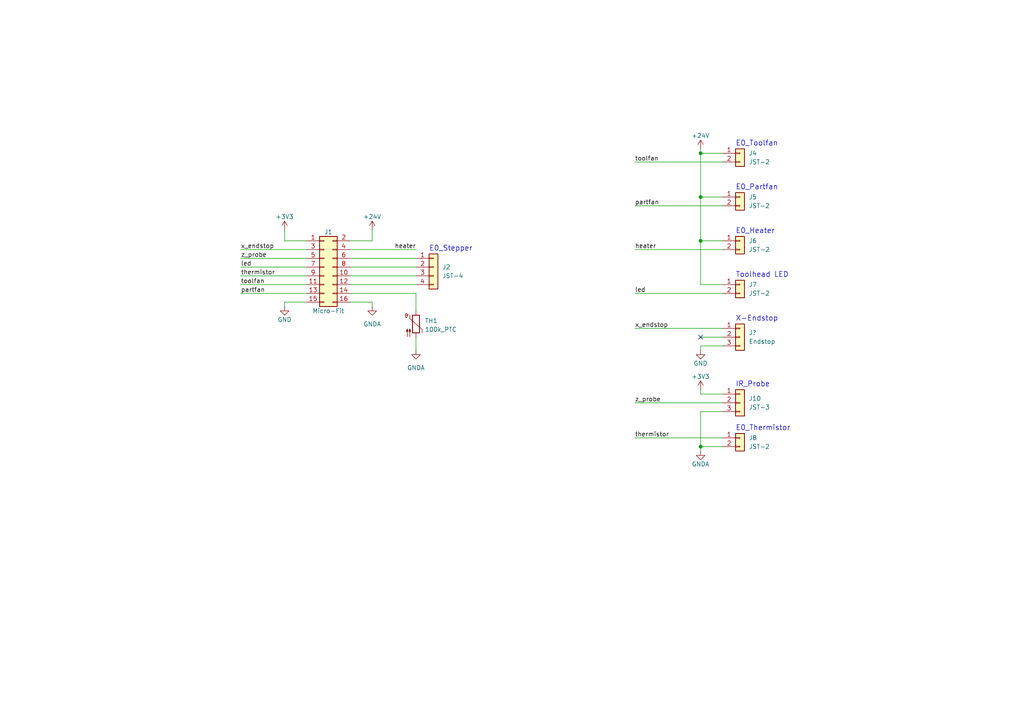
<source format=kicad_sch>
(kicad_sch (version 20211123) (generator eeschema)
  (paper "A4")
  (lib_symbols
    (symbol "Connector_Generic:Conn_01x02" (pin_names (offset 1.016) hide)
      (property "Reference" "J" (at 0 2.54 0))
      (property "Value" "Conn_01x02" (at 0 -5.08 0))
      (symbol "Conn_01x02_1_1"
        (rectangle (start -1.27 -2.413) (end 0 -2.667) (stroke (width 0.1524)))
        (rectangle (start -1.27 0.127) (end 0 -0.127) (stroke (width 0.1524)))
        (rectangle (start -1.27 1.27) (end 1.27 -3.81) (stroke (width 0.254)) (fill (type background)))
        (pin passive line (at -5.08 0 0) (length 3.81) (name "Pin_1") (number "1"))
        (pin passive line (at -5.08 -2.54 0) (length 3.81) (name "Pin_2") (number "2"))
      )
    )
    (symbol "Connector_Generic:Conn_01x03" (pin_names (offset 1.016) hide)
      (property "Reference" "J" (at 0 5.08 0))
      (property "Value" "Conn_01x03" (at 0 -5.08 0))
      (symbol "Conn_01x03_1_1"
        (rectangle (start -1.27 -2.413) (end 0 -2.667) (stroke (width 0.1524)))
        (rectangle (start -1.27 0.127) (end 0 -0.127) (stroke (width 0.1524)))
        (rectangle (start -1.27 2.667) (end 0 2.413) (stroke (width 0.1524)))
        (rectangle (start -1.27 3.81) (end 1.27 -3.81) (stroke (width 0.254)) (fill (type background)))
        (pin passive line (at -5.08 2.54 0) (length 3.81) (name "Pin_1") (number "1"))
        (pin passive line (at -5.08 0 0) (length 3.81) (name "Pin_2") (number "2"))
        (pin passive line (at -5.08 -2.54 0) (length 3.81) (name "Pin_3") (number "3"))
      )
    )
    (symbol "Connector_Generic:Conn_01x04" (pin_names (offset 1.016) hide)
      (property "Reference" "J" (at 0 5.08 0))
      (property "Value" "Conn_01x04" (at 0 -7.62 0))
      (symbol "Conn_01x04_1_1"
        (rectangle (start -1.27 -4.953) (end 0 -5.207) (stroke (width 0.1524)))
        (rectangle (start -1.27 -2.413) (end 0 -2.667) (stroke (width 0.1524)))
        (rectangle (start -1.27 0.127) (end 0 -0.127) (stroke (width 0.1524)))
        (rectangle (start -1.27 2.667) (end 0 2.413) (stroke (width 0.1524)))
        (rectangle (start -1.27 3.81) (end 1.27 -6.35) (stroke (width 0.254)) (fill (type background)))
        (pin passive line (at -5.08 2.54 0) (length 3.81) (name "Pin_1") (number "1"))
        (pin passive line (at -5.08 0 0) (length 3.81) (name "Pin_2") (number "2"))
        (pin passive line (at -5.08 -2.54 0) (length 3.81) (name "Pin_3") (number "3"))
        (pin passive line (at -5.08 -5.08 0) (length 3.81) (name "Pin_4") (number "4"))
      )
    )
    (symbol "Connector_Generic:Conn_02x08_Odd_Even" (pin_names (offset 1.016) hide)
      (property "Reference" "J" (at 1.27 10.16 0))
      (property "Value" "Conn_02x08_Odd_Even" (at 1.27 -12.7 0))
      (symbol "Conn_02x08_Odd_Even_1_1"
        (rectangle (start -1.27 -10.033) (end 0 -10.287) (stroke (width 0.1524)))
        (rectangle (start -1.27 -7.493) (end 0 -7.747) (stroke (width 0.1524)))
        (rectangle (start -1.27 -4.953) (end 0 -5.207) (stroke (width 0.1524)))
        (rectangle (start -1.27 -2.413) (end 0 -2.667) (stroke (width 0.1524)))
        (rectangle (start -1.27 0.127) (end 0 -0.127) (stroke (width 0.1524)))
        (rectangle (start -1.27 2.667) (end 0 2.413) (stroke (width 0.1524)))
        (rectangle (start -1.27 5.207) (end 0 4.953) (stroke (width 0.1524)))
        (rectangle (start -1.27 7.747) (end 0 7.493) (stroke (width 0.1524)))
        (rectangle (start -1.27 8.89) (end 3.81 -11.43) (stroke (width 0.254)) (fill (type background)))
        (rectangle (start 3.81 -10.033) (end 2.54 -10.287) (stroke (width 0.1524)))
        (rectangle (start 3.81 -7.493) (end 2.54 -7.747) (stroke (width 0.1524)))
        (rectangle (start 3.81 -4.953) (end 2.54 -5.207) (stroke (width 0.1524)))
        (rectangle (start 3.81 -2.413) (end 2.54 -2.667) (stroke (width 0.1524)))
        (rectangle (start 3.81 0.127) (end 2.54 -0.127) (stroke (width 0.1524)))
        (rectangle (start 3.81 2.667) (end 2.54 2.413) (stroke (width 0.1524)))
        (rectangle (start 3.81 5.207) (end 2.54 4.953) (stroke (width 0.1524)))
        (rectangle (start 3.81 7.747) (end 2.54 7.493) (stroke (width 0.1524)))
        (pin passive line (at -5.08 7.62 0) (length 3.81) (name "Pin_1") (number "1"))
        (pin passive line (at 7.62 -2.54 180) (length 3.81) (name "Pin_10") (number "10"))
        (pin passive line (at -5.08 -5.08 0) (length 3.81) (name "Pin_11") (number "11"))
        (pin passive line (at 7.62 -5.08 180) (length 3.81) (name "Pin_12") (number "12"))
        (pin passive line (at -5.08 -7.62 0) (length 3.81) (name "Pin_13") (number "13"))
        (pin passive line (at 7.62 -7.62 180) (length 3.81) (name "Pin_14") (number "14"))
        (pin passive line (at -5.08 -10.16 0) (length 3.81) (name "Pin_15") (number "15"))
        (pin passive line (at 7.62 -10.16 180) (length 3.81) (name "Pin_16") (number "16"))
        (pin passive line (at 7.62 7.62 180) (length 3.81) (name "Pin_2") (number "2"))
        (pin passive line (at -5.08 5.08 0) (length 3.81) (name "Pin_3") (number "3"))
        (pin passive line (at 7.62 5.08 180) (length 3.81) (name "Pin_4") (number "4"))
        (pin passive line (at -5.08 2.54 0) (length 3.81) (name "Pin_5") (number "5"))
        (pin passive line (at 7.62 2.54 180) (length 3.81) (name "Pin_6") (number "6"))
        (pin passive line (at -5.08 0 0) (length 3.81) (name "Pin_7") (number "7"))
        (pin passive line (at 7.62 0 180) (length 3.81) (name "Pin_8") (number "8"))
        (pin passive line (at -5.08 -2.54 0) (length 3.81) (name "Pin_9") (number "9"))
      )
    )
    (symbol "Device:Thermistor_PTC" (pin_numbers hide) (pin_names (offset 0))
      (property "Reference" "TH" (at -4.064 0 90))
      (property "Value" "Thermistor_PTC" (at 3.048 0 90))
      (symbol "Thermistor_PTC_0_1"
        (arc (start -3.048 2.159) (mid -3.0505 2.3165) (end -3.175 2.413))
        (arc (start -3.048 2.159) (mid -2.9736 1.9794) (end -2.794 1.905))
        (arc (start -3.048 2.794) (mid -2.9736 2.6144) (end -2.794 2.54))
        (arc (start -2.794 1.905) (mid -2.6144 1.9794) (end -2.54 2.159))
        (arc (start -2.794 2.54) (mid -2.434 2.5608) (end -2.159 2.794))
        (arc (start -2.794 3.048) (mid -2.9736 2.9736) (end -3.048 2.794))
        (arc (start -2.54 2.794) (mid -2.6144 2.9736) (end -2.794 3.048))
        (rectangle (start -1.016 2.54) (end 1.016 -2.54) (stroke (width 0.254)))
        (polyline (pts (xy -2.54 2.159) (xy -2.54 2.794)))
        (polyline (pts (xy -1.778 2.54) (xy -1.778 1.524) (xy 1.778 -1.524) (xy 1.778 -2.54)))
        (polyline (pts (xy -2.54 -3.683) (xy -2.54 -1.397) (xy -2.794 -2.159) (xy -2.286 -2.159) (xy -2.54 -1.397) (xy -2.54 -1.651)) (fill (type outline)))
        (polyline (pts (xy -1.778 -3.683) (xy -1.778 -1.397) (xy -2.032 -2.159) (xy -1.524 -2.159) (xy -1.778 -1.397) (xy -1.778 -1.651)) (fill (type outline)))
      )
      (symbol "Thermistor_PTC_1_1"
        (pin passive line (at 0 3.81 270) (length 1.27) (name "~") (number "1"))
        (pin passive line (at 0 -3.81 90) (length 1.27) (name "~") (number "2"))
      )
    )
    (symbol "power:+24V" (power) (pin_names (offset 0))
      (property "Value" "+24V" (at 0 3.556 0))
      (symbol "+24V_0_1"
        (polyline (pts (xy -0.762 1.27) (xy 0 2.54)))
        (polyline (pts (xy 0 0) (xy 0 2.54)))
        (polyline (pts (xy 0 2.54) (xy 0.762 1.27)))
      )
      (symbol "+24V_1_1"
        (pin power_in line (at 0 0 90) (length 0) hide (name "+24V") (number "1"))
      )
    )
    (symbol "power:+3.3V" (power) (pin_names (offset 0))
      (property "Value" "+3.3V" (at 0 3.556 0))
      (symbol "+3.3V_0_1"
        (polyline (pts (xy -0.762 1.27) (xy 0 2.54)))
        (polyline (pts (xy 0 0) (xy 0 2.54)))
        (polyline (pts (xy 0 2.54) (xy 0.762 1.27)))
      )
      (symbol "+3.3V_1_1"
        (pin power_in line (at 0 0 90) (length 0) hide (name "+3V3") (number "1"))
      )
    )
    (symbol "power:GND" (power) (pin_names (offset 0))
      (property "Value" "GND" (at 0 -3.81 0))
      (symbol "GND_0_1"
        (polyline (pts (xy 0 0) (xy 0 -1.27) (xy 1.27 -1.27) (xy 0 -2.54) (xy -1.27 -1.27) (xy 0 -1.27)))
      )
      (symbol "GND_1_1"
        (pin power_in line (at 0 0 270) (length 0) hide (name "GND") (number "1"))
      )
    )
    (symbol "power:GNDA" (power) (pin_names (offset 0))
      (property "Value" "GNDA" (at 0 -3.81 0))
      (symbol "GNDA_0_1"
        (polyline (pts (xy 0 0) (xy 0 -1.27) (xy 1.27 -1.27) (xy 0 -2.54) (xy -1.27 -1.27) (xy 0 -1.27)))
      )
      (symbol "GNDA_1_1"
        (pin power_in line (at 0 0 270) (length 0) hide (name "GNDA") (number "1"))
      )
    )
  )
  (junction (at 203.2 129.54))
  (junction (at 203.2 44.45))
  (junction (at 203.2 57.15))
  (junction (at 203.2 69.85))
  (no_connect (at 203.2 97.79))
  (wire (pts (xy 184.15 85.09) (xy 209.55 85.09)))
  (wire (pts (xy 88.9 77.47) (xy 69.85 77.47)))
  (wire (pts (xy 203.2 119.38) (xy 203.2 129.54)))
  (wire (pts (xy 69.85 74.93) (xy 88.9 74.93)))
  (wire (pts (xy 120.65 85.09) (xy 101.6 85.09)))
  (wire (pts (xy 120.65 82.55) (xy 101.6 82.55)))
  (wire (pts (xy 209.55 82.55) (xy 203.2 82.55)))
  (wire (pts (xy 184.15 127) (xy 209.55 127)))
  (wire (pts (xy 203.2 69.85) (xy 203.2 57.15)))
  (wire (pts (xy 184.15 95.25) (xy 209.55 95.25)))
  (wire (pts (xy 203.2 100.33) (xy 203.2 101.6)))
  (wire (pts (xy 107.95 87.63) (xy 101.6 87.63)))
  (wire (pts (xy 184.15 116.84) (xy 209.55 116.84)))
  (wire (pts (xy 120.65 77.47) (xy 101.6 77.47)))
  (wire (pts (xy 120.65 97.79) (xy 120.65 101.6)))
  (wire (pts (xy 88.9 85.09) (xy 69.85 85.09)))
  (wire (pts (xy 209.55 69.85) (xy 203.2 69.85)))
  (wire (pts (xy 120.65 90.17) (xy 120.65 85.09)))
  (wire (pts (xy 203.2 43.18) (xy 203.2 44.45)))
  (wire (pts (xy 82.55 69.85) (xy 88.9 69.85)))
  (wire (pts (xy 203.2 113.03) (xy 203.2 114.3)))
  (wire (pts (xy 101.6 72.39) (xy 120.65 72.39)))
  (wire (pts (xy 69.85 72.39) (xy 88.9 72.39)))
  (wire (pts (xy 203.2 97.79) (xy 209.55 97.79)))
  (wire (pts (xy 107.95 66.675) (xy 107.95 69.85)))
  (wire (pts (xy 203.2 129.54) (xy 203.2 130.81)))
  (wire (pts (xy 120.65 74.93) (xy 101.6 74.93)))
  (wire (pts (xy 209.55 129.54) (xy 203.2 129.54)))
  (wire (pts (xy 88.9 80.01) (xy 69.85 80.01)))
  (wire (pts (xy 120.65 80.01) (xy 101.6 80.01)))
  (wire (pts (xy 107.95 88.9) (xy 107.95 87.63)))
  (wire (pts (xy 82.55 88.9) (xy 82.55 87.63)))
  (wire (pts (xy 184.15 72.39) (xy 209.55 72.39)))
  (wire (pts (xy 203.2 44.45) (xy 209.55 44.45)))
  (wire (pts (xy 203.2 57.15) (xy 203.2 44.45)))
  (wire (pts (xy 184.15 46.99) (xy 209.55 46.99)))
  (wire (pts (xy 82.55 66.675) (xy 82.55 69.85)))
  (wire (pts (xy 203.2 100.33) (xy 209.55 100.33)))
  (wire (pts (xy 184.15 59.69) (xy 209.55 59.69)))
  (wire (pts (xy 101.6 69.85) (xy 107.95 69.85)))
  (wire (pts (xy 82.55 87.63) (xy 88.9 87.63)))
  (wire (pts (xy 88.9 82.55) (xy 69.85 82.55)))
  (wire (pts (xy 203.2 82.55) (xy 203.2 69.85)))
  (wire (pts (xy 203.2 119.38) (xy 209.55 119.38)))
  (wire (pts (xy 209.55 57.15) (xy 203.2 57.15)))
  (wire (pts (xy 203.2 114.3) (xy 209.55 114.3)))
  (text "E0_Heater" (at 213.36 67.945 0) (effects (font (size 1.5 1.5)) (justify left bottom)))
  (text "IR_Probe" (at 213.36 112.395 0) (effects (font (size 1.5 1.5)) (justify left bottom)))
  (text "E0_Stepper" (at 124.46 73.025 0) (effects (font (size 1.5 1.5)) (justify left bottom)))
  (text "X-Endstop" (at 213.36 93.345 0) (effects (font (size 1.5 1.5)) (justify left bottom)))
  (text "Toolhead LED" (at 213.36 80.645 0) (effects (font (size 1.5 1.5)) (justify left bottom)))
  (text "E0_Partfan" (at 213.36 55.245 0) (effects (font (size 1.5 1.5)) (justify left bottom)))
  (text "E0_Thermistor" (at 213.36 125.095 0) (effects (font (size 1.5 1.5)) (justify left bottom)))
  (text "E0_Toolfan" (at 213.36 42.545 0) (effects (font (size 1.5 1.5)) (justify left bottom)))
  (label "heater" (at 184.15 72.39 0))
  (label "partfan" (at 184.15 59.69 0))
  (label "z_probe" (at 184.15 116.84 0))
  (label "toolfan" (at 184.15 46.99 0))
  (label "heater" (at 120.65 72.39 180))
  (label "led" (at 69.85 77.47 0))
  (label "thermistor" (at 69.85 80.01 0))
  (label "x_endstop" (at 69.85 72.39 0))
  (label "x_endstop" (at 184.15 95.25 0))
  (label "led" (at 184.15 85.09 0))
  (label "z_probe" (at 69.85 74.93 0))
  (label "toolfan" (at 69.85 82.55 0))
  (label "thermistor" (at 184.15 127 0))
  (label "partfan" (at 69.85 85.09 0))
  (symbol (lib_id "power:GNDA") (at 203.2 130.81 0) (unit 1)
    (property "Reference" "#PWR?" (effects hide))
    (property "Value" "GNDA" (at 203.2 134.62 0))
  )
  (symbol (lib_id "power:+3.3V") (at 203.2 113.03 0) (unit 1)
    (property "Reference" "#PWR06" (effects hide))
    (property "Value" "+3.3V" (at 203.2 109.22 0))
  )
  (symbol (lib_id "power:+3.3V") (at 82.55 66.675 0) (unit 1)
    (property "Reference" "#PWR01" (effects hide))
    (property "Value" "+3.3V" (at 82.55 62.865 0))
  )
  (symbol (lib_id "Connector_Generic:Conn_01x03") (at 214.63 116.84 0) (unit 1)
    (property "Reference" "J10" (at 217.17 115.5699 0) (effects (justify left)))
    (property "Value" "JST-3" (at 217.17 118.1099 0) (effects (justify left)))
    (property "Footprint" "Connector_JST:JST_EH_B3B-EH-A_1x03_P2.50mm_Vertical" (effects hide))
  )
  (symbol (lib_id "Connector_Generic:Conn_01x02") (at 214.63 57.15 0) (unit 1)
    (property "Reference" "J5" (at 217.17 57.1499 0) (effects (justify left)))
    (property "Value" "JST-2" (at 217.17 59.6899 0) (effects (justify left)))
    (property "Footprint" "Connector_JST:JST_EH_B2B-EH-A_1x02_P2.50mm_Vertical" (effects hide))
  )
  (symbol (lib_id "power:GND") (at 82.55 88.9 0) (unit 1)
    (property "Reference" "#PWR02" (effects hide))
    (property "Value" "GND" (at 82.55 92.71 0))
  )
  (symbol (lib_id "power:+24V") (at 107.95 66.675 0) (unit 1)
    (property "Reference" "#PWR03" (effects hide))
    (property "Value" "+24V" (at 107.95 62.865 0))
  )
  (symbol (lib_id "Connector_Generic:Conn_01x04") (at 125.73 77.47 0) (unit 1)
    (property "Reference" "J2" (at 128.27 77.4699 0) (effects (justify left)))
    (property "Value" "JST-4" (at 128.27 80.0099 0) (effects (justify left)))
  )
  (symbol (lib_id "power:GNDA") (at 120.65 101.6 0) (unit 1)
    (property "Reference" "#PWR?" (effects hide))
    (property "Value" "GNDA" (at 120.65 106.68 0))
  )
  (symbol (lib_id "Connector_Generic:Conn_01x02") (at 214.63 69.85 0) (unit 1)
    (property "Reference" "J6" (at 217.17 69.8499 0) (effects (justify left)))
    (property "Value" "JST-2" (at 217.17 72.3899 0) (effects (justify left)))
    (property "Footprint" "Connector_JST:JST_EH_B2B-EH-A_1x02_P2.50mm_Vertical" (effects hide))
  )
  (symbol (lib_id "Connector_Generic:Conn_01x03") (at 214.63 97.79 0) (unit 1)
    (property "Reference" "J?" (at 217.17 96.5199 0) (effects (justify left)))
    (property "Value" "Endstop" (at 217.17 99.0599 0) (effects (justify left)))
    (property "Footprint" "Connector_JST:JST_EH_B3B-EH-A_1x03_P2.50mm_Vertical" (effects hide))
  )
  (symbol (lib_id "Connector_Generic:Conn_02x08_Odd_Even") (at 93.98 77.47 0) (unit 1)
    (property "Reference" "J1" (at 95.25 67.31 0))
    (property "Value" "Micro-Fit" (at 95.25 90.17 0))
    (property "Footprint" "Connector_Molex:Molex_Micro-Fit_3.0_43045-1612_2x08_P3.00mm_Vertical" (effects hide))
  )
  (symbol (lib_id "Connector_Generic:Conn_01x02") (at 214.63 82.55 0) (unit 1)
    (property "Reference" "J7" (at 217.17 82.5499 0) (effects (justify left)))
    (property "Value" "JST-2" (at 217.17 85.0899 0) (effects (justify left)))
    (property "Footprint" "Connector_JST:JST_EH_B2B-EH-A_1x02_P2.50mm_Vertical" (effects hide))
  )
  (symbol (lib_id "Connector_Generic:Conn_01x02") (at 214.63 44.45 0) (unit 1)
    (property "Reference" "J4" (at 217.17 44.4499 0) (effects (justify left)))
    (property "Value" "JST-2" (at 217.17 46.9899 0) (effects (justify left)))
    (property "Footprint" "Connector_JST:JST_EH_B2B-EH-A_1x02_P2.50mm_Vertical" (effects hide))
  )
  (symbol (lib_id "Device:Thermistor_PTC") (at 120.65 93.98 0) (unit 1)
    (property "Reference" "TH1" (at 123.19 93.0274 0) (effects (justify left)))
    (property "Value" "100k_PTC" (at 123.19 95.5674 0) (effects (justify left)))
    (property "Footprint" "Resistor_THT:R_Axial_DIN0207_L6.3mm_D2.5mm_P10.16mm_Horizontal" (effects hide))
  )
  (symbol (lib_id "power:+24V") (at 203.2 43.18 0) (unit 1)
    (property "Reference" "#PWR07" (effects hide))
    (property "Value" "+24V" (at 203.2 39.37 0))
  )
  (symbol (lib_id "Connector_Generic:Conn_01x02") (at 214.63 127 0) (unit 1)
    (property "Reference" "J8" (at 217.17 126.9999 0) (effects (justify left)))
    (property "Value" "JST-2" (at 217.17 129.5399 0) (effects (justify left)))
    (property "Footprint" "Connector_JST:JST_EH_B2B-EH-A_1x02_P2.50mm_Vertical" (effects hide))
  )
  (symbol (lib_id "power:GNDA") (at 107.95 88.9 0) (unit 1)
    (property "Reference" "#PWR?" (effects hide))
    (property "Value" "GNDA" (at 107.95 93.98 0))
  )
  (symbol (lib_id "power:GND") (at 203.2 101.6 0) (unit 1)
    (property "Reference" "#PWR08" (effects hide))
    (property "Value" "GND" (at 203.2 105.41 0))
  )
)
</source>
